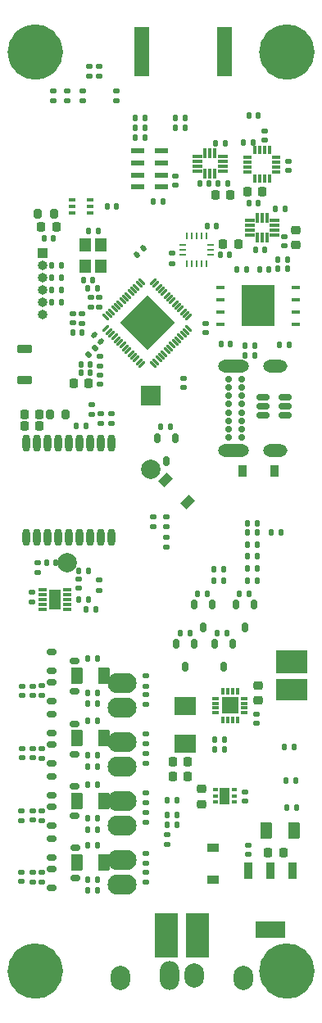
<source format=gts>
%TF.GenerationSoftware,KiCad,Pcbnew,(6.0.1)*%
%TF.CreationDate,2022-09-22T22:33:38+02:00*%
%TF.ProjectId,kp-ptr,6b702d70-7472-42e6-9b69-6361645f7063,rev?*%
%TF.SameCoordinates,Original*%
%TF.FileFunction,Soldermask,Top*%
%TF.FilePolarity,Negative*%
%FSLAX46Y46*%
G04 Gerber Fmt 4.6, Leading zero omitted, Abs format (unit mm)*
G04 Created by KiCad (PCBNEW (6.0.1)) date 2022-09-22 22:33:38*
%MOMM*%
%LPD*%
G01*
G04 APERTURE LIST*
G04 Aperture macros list*
%AMRoundRect*
0 Rectangle with rounded corners*
0 $1 Rounding radius*
0 $2 $3 $4 $5 $6 $7 $8 $9 X,Y pos of 4 corners*
0 Add a 4 corners polygon primitive as box body*
4,1,4,$2,$3,$4,$5,$6,$7,$8,$9,$2,$3,0*
0 Add four circle primitives for the rounded corners*
1,1,$1+$1,$2,$3*
1,1,$1+$1,$4,$5*
1,1,$1+$1,$6,$7*
1,1,$1+$1,$8,$9*
0 Add four rect primitives between the rounded corners*
20,1,$1+$1,$2,$3,$4,$5,0*
20,1,$1+$1,$4,$5,$6,$7,0*
20,1,$1+$1,$6,$7,$8,$9,0*
20,1,$1+$1,$8,$9,$2,$3,0*%
%AMRotRect*
0 Rectangle, with rotation*
0 The origin of the aperture is its center*
0 $1 length*
0 $2 width*
0 $3 Rotation angle, in degrees counterclockwise*
0 Add horizontal line*
21,1,$1,$2,0,0,$3*%
G04 Aperture macros list end*
%ADD10C,2.850000*%
%ADD11RoundRect,0.147500X0.147500X0.172500X-0.147500X0.172500X-0.147500X-0.172500X0.147500X-0.172500X0*%
%ADD12RoundRect,0.135000X-0.135000X-0.185000X0.135000X-0.185000X0.135000X0.185000X-0.135000X0.185000X0*%
%ADD13RoundRect,0.135000X0.135000X0.185000X-0.135000X0.185000X-0.135000X-0.185000X0.135000X-0.185000X0*%
%ADD14RoundRect,0.135000X-0.185000X0.135000X-0.185000X-0.135000X0.185000X-0.135000X0.185000X0.135000X0*%
%ADD15RoundRect,0.175000X-0.325000X-0.175000X0.325000X-0.175000X0.325000X0.175000X-0.325000X0.175000X0*%
%ADD16RoundRect,0.140000X0.170000X-0.140000X0.170000X0.140000X-0.170000X0.140000X-0.170000X-0.140000X0*%
%ADD17RoundRect,0.135000X0.185000X-0.135000X0.185000X0.135000X-0.185000X0.135000X-0.185000X-0.135000X0*%
%ADD18RoundRect,0.225000X0.225000X0.250000X-0.225000X0.250000X-0.225000X-0.250000X0.225000X-0.250000X0*%
%ADD19R,0.800000X0.300000*%
%ADD20R,0.300000X0.800000*%
%ADD21R,1.750000X1.750000*%
%ADD22RoundRect,0.250000X0.375000X0.625000X-0.375000X0.625000X-0.375000X-0.625000X0.375000X-0.625000X0*%
%ADD23RoundRect,0.140000X0.140000X0.170000X-0.140000X0.170000X-0.140000X-0.170000X0.140000X-0.170000X0*%
%ADD24RoundRect,0.140000X-0.170000X0.140000X-0.170000X-0.140000X0.170000X-0.140000X0.170000X0.140000X0*%
%ADD25R,0.650000X0.400000*%
%ADD26R,1.150000X1.400000*%
%ADD27RoundRect,0.225000X-0.250000X0.225000X-0.250000X-0.225000X0.250000X-0.225000X0.250000X0.225000X0*%
%ADD28RoundRect,0.147500X-0.172500X0.147500X-0.172500X-0.147500X0.172500X-0.147500X0.172500X0.147500X0*%
%ADD29R,0.609600X0.304800*%
%ADD30R,1.092200X1.701800*%
%ADD31R,0.250000X0.728000*%
%ADD32R,0.728000X0.250000*%
%ADD33R,0.728000X0.252000*%
%ADD34R,0.728000X0.260000*%
%ADD35R,0.252000X0.728000*%
%ADD36RoundRect,0.250000X-0.375000X-0.625000X0.375000X-0.625000X0.375000X0.625000X-0.375000X0.625000X0*%
%ADD37RoundRect,0.140000X-0.140000X-0.170000X0.140000X-0.170000X0.140000X0.170000X-0.140000X0.170000X0*%
%ADD38RoundRect,0.008100X0.386900X0.126900X-0.386900X0.126900X-0.386900X-0.126900X0.386900X-0.126900X0*%
%ADD39R,1.240000X2.130000*%
%ADD40R,0.950000X0.450000*%
%ADD41R,3.450000X4.350000*%
%ADD42RoundRect,0.147500X-0.147500X-0.172500X0.147500X-0.172500X0.147500X0.172500X-0.147500X0.172500X0*%
%ADD43RoundRect,0.175000X-0.175000X0.325000X-0.175000X-0.325000X0.175000X-0.325000X0.175000X0.325000X0*%
%ADD44RoundRect,0.200000X-0.600000X0.200000X-0.600000X-0.200000X0.600000X-0.200000X0.600000X0.200000X0*%
%ADD45R,0.900000X1.200000*%
%ADD46RoundRect,0.140000X0.021213X-0.219203X0.219203X-0.021213X-0.021213X0.219203X-0.219203X0.021213X0*%
%ADD47RoundRect,0.006600X-0.208597X-0.354826X0.354826X0.208597X0.208597X0.354826X-0.354826X-0.208597X0*%
%ADD48RoundRect,0.022000X0.208597X-0.333047X0.333047X-0.208597X-0.208597X0.333047X-0.333047X0.208597X0*%
%ADD49RotRect,4.000000X4.000000X45.000000*%
%ADD50RoundRect,0.200000X-0.200000X-0.275000X0.200000X-0.275000X0.200000X0.275000X-0.200000X0.275000X0*%
%ADD51R,0.300000X0.855000*%
%ADD52R,0.855000X0.300000*%
%ADD53RoundRect,0.225000X0.250000X-0.225000X0.250000X0.225000X-0.250000X0.225000X-0.250000X-0.225000X0*%
%ADD54RoundRect,0.021200X0.633800X0.243800X-0.633800X0.243800X-0.633800X-0.243800X0.633800X-0.243800X0*%
%ADD55R,1.200000X0.900000*%
%ADD56O,0.800000X1.800000*%
%ADD57RoundRect,0.147500X0.017678X-0.226274X0.226274X-0.017678X-0.017678X0.226274X-0.226274X0.017678X0*%
%ADD58RoundRect,0.225000X-0.225000X-0.250000X0.225000X-0.250000X0.225000X0.250000X-0.225000X0.250000X0*%
%ADD59R,2.200000X1.900000*%
%ADD60RoundRect,0.200000X0.200000X0.275000X-0.200000X0.275000X-0.200000X-0.275000X0.200000X-0.275000X0*%
%ADD61RotRect,0.900000X1.200000X135.000000*%
%ADD62R,0.850800X1.761200*%
%ADD63R,3.150799X1.761200*%
%ADD64RoundRect,0.140000X0.219203X0.021213X0.021213X0.219203X-0.219203X-0.021213X-0.021213X-0.219203X0*%
%ADD65RoundRect,0.150000X-0.512500X-0.150000X0.512500X-0.150000X0.512500X0.150000X-0.512500X0.150000X0*%
%ADD66RoundRect,0.031500X-0.430000X-0.143500X0.430000X-0.143500X0.430000X0.143500X-0.430000X0.143500X0*%
%ADD67RoundRect,0.031500X0.143500X-0.428000X0.143500X0.428000X-0.143500X0.428000X-0.143500X-0.428000X0*%
%ADD68RoundRect,0.031500X0.430000X0.143500X-0.430000X0.143500X-0.430000X-0.143500X0.430000X-0.143500X0*%
%ADD69RoundRect,0.031500X-0.143500X0.428000X-0.143500X-0.428000X0.143500X-0.428000X0.143500X0.428000X0*%
%ADD70R,1.000000X1.000000*%
%ADD71O,1.000000X1.000000*%
%ADD72O,2.000000X2.500000*%
%ADD73O,2.000000X3.000000*%
%ADD74R,2.413000X4.572000*%
%ADD75C,0.700000*%
%ADD76O,3.200000X1.300000*%
%ADD77O,2.500000X1.300000*%
%ADD78RoundRect,1.050000X0.450000X0.000000X0.450000X0.000000X-0.450000X0.000000X-0.450000X0.000000X0*%
%ADD79R,1.500000X5.080000*%
%ADD80C,2.000000*%
%ADD81R,2.000000X2.000000*%
%ADD82R,3.302000X2.286000*%
%ADD83R,3.302000X2.447000*%
G04 APERTURE END LIST*
D10*
X145025000Y-34600000D02*
G75*
G03*
X145025000Y-34600000I-1425000J0D01*
G01*
X171025000Y-129600000D02*
G75*
G03*
X171025000Y-129600000I-1425000J0D01*
G01*
X145025000Y-129600000D02*
G75*
G03*
X145025000Y-129600000I-1425000J0D01*
G01*
X171025000Y-34600000D02*
G75*
G03*
X171025000Y-34600000I-1425000J0D01*
G01*
D11*
%TO.C,D2*%
X149075000Y-88265000D03*
X148105000Y-88265000D03*
%TD*%
D12*
%TO.C,R50*%
X162050000Y-89255600D03*
X163070000Y-89255600D03*
%TD*%
D13*
%TO.C,R49*%
X166575200Y-83312000D03*
X165555200Y-83312000D03*
%TD*%
D14*
%TO.C,R26*%
X150215600Y-89202800D03*
X150215600Y-90222800D03*
%TD*%
D15*
%TO.C,Q11*%
X145256400Y-96636800D03*
X145256400Y-98536800D03*
X147656400Y-97586800D03*
%TD*%
D13*
%TO.C,R78*%
X150014400Y-103733600D03*
X148994400Y-103733600D03*
%TD*%
D12*
%TO.C,R73*%
X148994400Y-107289600D03*
X150014400Y-107289600D03*
%TD*%
D15*
%TO.C,Q10*%
X145250760Y-99756878D03*
X145250760Y-101656878D03*
X147650760Y-100706878D03*
%TD*%
D16*
%TO.C,C63*%
X142240000Y-107566400D03*
X142240000Y-106606400D03*
%TD*%
D12*
%TO.C,R43*%
X156563600Y-73355200D03*
X157583600Y-73355200D03*
%TD*%
D14*
%TO.C,R76*%
X155041600Y-101039200D03*
X155041600Y-102059200D03*
%TD*%
D13*
%TO.C,R48*%
X166575200Y-84277200D03*
X165555200Y-84277200D03*
%TD*%
%TO.C,R46*%
X166575200Y-86749466D03*
X165555200Y-86749466D03*
%TD*%
D17*
%TO.C,R19*%
X157734000Y-56440800D03*
X157734000Y-55420800D03*
%TD*%
D18*
%TO.C,C5*%
X149111000Y-68834000D03*
X147561000Y-68834000D03*
%TD*%
D19*
%TO.C,IC1*%
X162228400Y-101408800D03*
X162228400Y-101908800D03*
X162228400Y-102408800D03*
X162228400Y-102908800D03*
D20*
X162978400Y-103658800D03*
X163478400Y-103658800D03*
X163978400Y-103658800D03*
X164478400Y-103658800D03*
D19*
X165228400Y-102908800D03*
X165228400Y-102408800D03*
X165228400Y-101908800D03*
X165228400Y-101408800D03*
D20*
X164478400Y-100658800D03*
X163978400Y-100658800D03*
X163478400Y-100658800D03*
X162978400Y-100658800D03*
D21*
X163728400Y-102158800D03*
%TD*%
D17*
%TO.C,R54*%
X144272000Y-114041059D03*
X144272000Y-113021059D03*
%TD*%
D22*
%TO.C,F1*%
X170310000Y-115112800D03*
X167510000Y-115112800D03*
%TD*%
D18*
%TO.C,C33*%
X144031000Y-72034400D03*
X142481000Y-72034400D03*
%TD*%
D13*
%TO.C,R47*%
X166575200Y-85496400D03*
X165555200Y-85496400D03*
%TD*%
D12*
%TO.C,R14*%
X149045200Y-59029600D03*
X150065200Y-59029600D03*
%TD*%
D23*
%TO.C,C7*%
X149273200Y-66903600D03*
X148313200Y-66903600D03*
%TD*%
%TO.C,C52*%
X166646800Y-41198800D03*
X165686800Y-41198800D03*
%TD*%
D24*
%TO.C,C53*%
X149148800Y-36096000D03*
X149148800Y-37056000D03*
%TD*%
D14*
%TO.C,R7*%
X155803600Y-82649600D03*
X155803600Y-83669600D03*
%TD*%
D25*
%TO.C,U12*%
X147402000Y-49896000D03*
X147402000Y-50546000D03*
X147402000Y-51196000D03*
X149302000Y-51196000D03*
X149302000Y-50546000D03*
X149302000Y-49896000D03*
%TD*%
D12*
%TO.C,R4*%
X158036800Y-42418000D03*
X159056800Y-42418000D03*
%TD*%
%TO.C,R20*%
X147826000Y-73253600D03*
X148846000Y-73253600D03*
%TD*%
%TO.C,R59*%
X149045200Y-120142000D03*
X150065200Y-120142000D03*
%TD*%
D13*
%TO.C,R29*%
X170486800Y-109931200D03*
X169466800Y-109931200D03*
%TD*%
D24*
%TO.C,C37*%
X165277800Y-111069650D03*
X165277800Y-112029650D03*
%TD*%
D17*
%TO.C,R77*%
X155041600Y-106072400D03*
X155041600Y-105052400D03*
%TD*%
D13*
%TO.C,R45*%
X166575200Y-88002532D03*
X165555200Y-88002532D03*
%TD*%
D17*
%TO.C,R65*%
X155041600Y-112219200D03*
X155041600Y-111199200D03*
%TD*%
D26*
%TO.C,Y1*%
X150365000Y-56723000D03*
X150365000Y-54523000D03*
X148765000Y-54523000D03*
X148765000Y-56723000D03*
%TD*%
D13*
%TO.C,R30*%
X170385200Y-106426000D03*
X169365200Y-106426000D03*
%TD*%
D27*
%TO.C,C24*%
X170535600Y-52971400D03*
X170535600Y-54521400D03*
%TD*%
D16*
%TO.C,C64*%
X142138400Y-114018000D03*
X142138400Y-113058000D03*
%TD*%
D28*
%TO.C,L3*%
X143256000Y-90447000D03*
X143256000Y-91417000D03*
%TD*%
D29*
%TO.C,U9*%
X162191700Y-110848864D03*
X162191700Y-111498850D03*
X162191700Y-112148836D03*
X164198300Y-112148836D03*
X164198300Y-111498850D03*
X164198300Y-110848864D03*
D30*
X163195000Y-111498850D03*
%TD*%
D24*
%TO.C,C29*%
X148082000Y-89055000D03*
X148082000Y-90015000D03*
%TD*%
D17*
%TO.C,R67*%
X144272000Y-107596400D03*
X144272000Y-106576400D03*
%TD*%
D13*
%TO.C,R35*%
X163171600Y-106730800D03*
X162151600Y-106730800D03*
%TD*%
D16*
%TO.C,C34*%
X167284400Y-43710800D03*
X167284400Y-42750800D03*
%TD*%
D31*
%TO.C,U3*%
X161274000Y-53637800D03*
X160774000Y-53637800D03*
X160274000Y-53637800D03*
X159774000Y-53637800D03*
X159274000Y-53637800D03*
D32*
X158860000Y-54551800D03*
D33*
X158860000Y-55052800D03*
D34*
X158860000Y-55556800D03*
D31*
X159274000Y-56465800D03*
X159774000Y-56465800D03*
D35*
X160275000Y-56465800D03*
D31*
X160774000Y-56465800D03*
X161274000Y-56465800D03*
D34*
X161688000Y-55556800D03*
D32*
X161688000Y-55051800D03*
X161688000Y-54551800D03*
%TD*%
D18*
%TO.C,C32*%
X144031000Y-73253600D03*
X142481000Y-73253600D03*
%TD*%
D12*
%TO.C,R3*%
X153922000Y-42418000D03*
X154942000Y-42418000D03*
%TD*%
D15*
%TO.C,Q4*%
X145291133Y-112637933D03*
X145291133Y-114537933D03*
X147691133Y-113587933D03*
%TD*%
D18*
%TO.C,C31*%
X167043400Y-49022000D03*
X165493400Y-49022000D03*
%TD*%
D13*
%TO.C,R13*%
X146306000Y-57931269D03*
X145286000Y-57931269D03*
%TD*%
D36*
%TO.C,F2*%
X147901200Y-118364000D03*
X150701200Y-118364000D03*
%TD*%
D17*
%TO.C,R79*%
X155041600Y-100128800D03*
X155041600Y-99108800D03*
%TD*%
D37*
%TO.C,C9*%
X148567200Y-58166000D03*
X149527200Y-58166000D03*
%TD*%
D24*
%TO.C,C14*%
X158902400Y-68303200D03*
X158902400Y-69263200D03*
%TD*%
D16*
%TO.C,C56*%
X143357600Y-114012789D03*
X143357600Y-113052789D03*
%TD*%
D23*
%TO.C,C17*%
X156791600Y-50088800D03*
X155831600Y-50088800D03*
%TD*%
D13*
%TO.C,R64*%
X150065200Y-116586000D03*
X149045200Y-116586000D03*
%TD*%
D38*
%TO.C,U7*%
X146939000Y-92186000D03*
X146939000Y-91686000D03*
X146939000Y-91186000D03*
X146939000Y-90686000D03*
X146939000Y-90186000D03*
X144399000Y-90186000D03*
X144399000Y-90686000D03*
X144399000Y-91186000D03*
X144399000Y-91686000D03*
X144399000Y-92186000D03*
D39*
X145669000Y-91186000D03*
%TD*%
D23*
%TO.C,C47*%
X145463200Y-53848000D03*
X144503200Y-53848000D03*
%TD*%
D13*
%TO.C,R10*%
X146306000Y-59182000D03*
X145286000Y-59182000D03*
%TD*%
D16*
%TO.C,C11*%
X150266400Y-68958400D03*
X150266400Y-67998400D03*
%TD*%
D12*
%TO.C,R69*%
X148994400Y-108458000D03*
X150014400Y-108458000D03*
%TD*%
D40*
%TO.C,U13*%
X162724000Y-58902600D03*
X162724000Y-60172600D03*
X162724000Y-61442600D03*
X162724000Y-62712600D03*
X170524000Y-62712600D03*
X170524000Y-61442600D03*
X170524000Y-60172600D03*
X170524000Y-58902600D03*
D41*
X166624000Y-60807600D03*
%TD*%
D13*
%TO.C,R44*%
X166575200Y-89255600D03*
X165555200Y-89255600D03*
%TD*%
D42*
%TO.C,L1*%
X147472400Y-63601600D03*
X148442400Y-63601600D03*
%TD*%
D43*
%TO.C,Q13*%
X160055600Y-95726400D03*
X158155600Y-95726400D03*
X159105600Y-98126400D03*
%TD*%
D14*
%TO.C,R62*%
X155041600Y-113180400D03*
X155041600Y-114200400D03*
%TD*%
D37*
%TO.C,C48*%
X151031000Y-50546000D03*
X151991000Y-50546000D03*
%TD*%
D36*
%TO.C,F4*%
X147901200Y-105511600D03*
X150701200Y-105511600D03*
%TD*%
D15*
%TO.C,Q2*%
X145304967Y-119060949D03*
X145304967Y-120960949D03*
X147704967Y-120010949D03*
%TD*%
D44*
%TO.C,AE1*%
X142494000Y-65303600D03*
X142494000Y-68503600D03*
%TD*%
D12*
%TO.C,R51*%
X162050000Y-88036400D03*
X163070000Y-88036400D03*
%TD*%
D45*
%TO.C,D3*%
X168324800Y-77927200D03*
X165024800Y-77927200D03*
%TD*%
D18*
%TO.C,C21*%
X163779400Y-49367000D03*
X162229400Y-49367000D03*
%TD*%
D46*
%TO.C,C15*%
X154092589Y-55559011D03*
X154771411Y-54880189D03*
%TD*%
D24*
%TO.C,C3*%
X161188401Y-62664400D03*
X161188401Y-63624400D03*
%TD*%
D17*
%TO.C,R53*%
X144272000Y-120396341D03*
X144272000Y-119376341D03*
%TD*%
D47*
%TO.C,U1*%
X150919540Y-63208505D03*
X151202382Y-63491348D03*
X151485225Y-63774191D03*
X151768068Y-64057033D03*
X152050910Y-64339876D03*
X152333753Y-64622719D03*
X152616596Y-64905562D03*
X152899438Y-65188404D03*
X153182281Y-65471247D03*
X153465124Y-65754090D03*
X153747967Y-66036932D03*
X154030809Y-66319775D03*
X154313652Y-66602618D03*
X154596495Y-66885460D03*
D48*
X155791505Y-66885460D03*
X156074348Y-66602618D03*
X156357191Y-66319775D03*
X156640033Y-66036932D03*
X156922876Y-65754090D03*
X157205719Y-65471247D03*
X157488562Y-65188404D03*
X157771404Y-64905562D03*
X158054247Y-64622719D03*
X158337090Y-64339876D03*
X158619932Y-64057033D03*
X158902775Y-63774191D03*
X159185618Y-63491348D03*
X159468460Y-63208505D03*
D47*
X159468460Y-62013495D03*
X159185618Y-61730652D03*
X158902775Y-61447809D03*
X158619932Y-61164967D03*
X158337090Y-60882124D03*
X158054247Y-60599281D03*
X157771404Y-60316438D03*
X157488562Y-60033596D03*
X157205719Y-59750753D03*
X156922876Y-59467910D03*
X156640033Y-59185068D03*
X156357191Y-58902225D03*
X156074348Y-58619382D03*
X155791505Y-58336540D03*
D48*
X154596495Y-58336540D03*
X154313652Y-58619382D03*
X154030809Y-58902225D03*
X153747967Y-59185068D03*
X153465124Y-59467910D03*
X153182281Y-59750753D03*
X152899438Y-60033596D03*
X152616596Y-60316438D03*
X152333753Y-60599281D03*
X152050910Y-60882124D03*
X151768068Y-61164967D03*
X151485225Y-61447809D03*
X151202382Y-61730652D03*
X150919540Y-62013495D03*
D49*
X155194000Y-62611000D03*
%TD*%
D13*
%TO.C,R12*%
X146306000Y-56642000D03*
X145286000Y-56642000D03*
%TD*%
D14*
%TO.C,R40*%
X145491200Y-38606000D03*
X145491200Y-39626000D03*
%TD*%
D37*
%TO.C,C20*%
X161337200Y-52578000D03*
X162297200Y-52578000D03*
%TD*%
D13*
%TO.C,R24*%
X149862000Y-92202000D03*
X148842000Y-92202000D03*
%TD*%
D50*
%TO.C,FB2*%
X143891000Y-51308000D03*
X145541000Y-51308000D03*
%TD*%
D23*
%TO.C,C30*%
X149070000Y-91186000D03*
X148110000Y-91186000D03*
%TD*%
D13*
%TO.C,R1*%
X159056800Y-41402000D03*
X158036800Y-41402000D03*
%TD*%
D15*
%TO.C,Q8*%
X145254262Y-106210208D03*
X145254262Y-108110208D03*
X147654262Y-107160208D03*
%TD*%
D13*
%TO.C,R2*%
X154942000Y-41402000D03*
X153922000Y-41402000D03*
%TD*%
D14*
%TO.C,R23*%
X150368000Y-71981600D03*
X150368000Y-73001600D03*
%TD*%
D16*
%TO.C,C65*%
X142189200Y-120317200D03*
X142189200Y-119357200D03*
%TD*%
D36*
%TO.C,F5*%
X147901200Y-99110800D03*
X150701200Y-99110800D03*
%TD*%
D23*
%TO.C,C49*%
X169644000Y-56997600D03*
X168684000Y-56997600D03*
%TD*%
D51*
%TO.C,U8*%
X167789625Y-44742411D03*
X167289625Y-44742411D03*
X166789625Y-44742411D03*
X166289625Y-44742411D03*
D52*
X165562125Y-45469911D03*
X165562125Y-45969911D03*
X165562125Y-46469911D03*
X165562125Y-46969911D03*
D51*
X166289625Y-47697411D03*
X166789625Y-47697411D03*
X167289625Y-47697411D03*
X167789625Y-47697411D03*
D52*
X168517125Y-46969911D03*
X168517125Y-46469911D03*
X168517125Y-45969911D03*
X168517125Y-45469911D03*
%TD*%
D13*
%TO.C,R5*%
X166321200Y-65989200D03*
X165301200Y-65989200D03*
%TD*%
%TO.C,R72*%
X159564800Y-94640400D03*
X158544800Y-94640400D03*
%TD*%
D43*
%TO.C,Q6*%
X166202400Y-91713200D03*
X164302400Y-91713200D03*
X165252400Y-94113200D03*
%TD*%
D37*
%TO.C,C25*%
X166347200Y-55016400D03*
X167307200Y-55016400D03*
%TD*%
D53*
%TO.C,C44*%
X166624000Y-101613000D03*
X166624000Y-100063000D03*
%TD*%
D14*
%TO.C,R61*%
X155041600Y-119378000D03*
X155041600Y-120398000D03*
%TD*%
D13*
%TO.C,R66*%
X150014400Y-110337600D03*
X148994400Y-110337600D03*
%TD*%
D12*
%TO.C,R60*%
X148994400Y-113792000D03*
X150014400Y-113792000D03*
%TD*%
D14*
%TO.C,R36*%
X146939000Y-38606000D03*
X146939000Y-39626000D03*
%TD*%
D18*
%TO.C,C43*%
X159372600Y-109524800D03*
X157822600Y-109524800D03*
%TD*%
D15*
%TO.C,Q9*%
X145256400Y-103088400D03*
X145256400Y-104988400D03*
X147656400Y-104038400D03*
%TD*%
D18*
%TO.C,C42*%
X159372600Y-107950000D03*
X157822600Y-107950000D03*
%TD*%
D54*
%TO.C,U2*%
X156622600Y-48560200D03*
X156622600Y-47310200D03*
X156622600Y-46060200D03*
X156622600Y-44810200D03*
X154222600Y-44810200D03*
X154222600Y-46060200D03*
X154222600Y-47310200D03*
X154222600Y-48560200D03*
%TD*%
D55*
%TO.C,D4*%
X161975800Y-116866400D03*
X161975800Y-120166400D03*
%TD*%
D16*
%TO.C,C13*%
X149352000Y-60932000D03*
X149352000Y-59972000D03*
%TD*%
D17*
%TO.C,R31*%
X157230000Y-116530000D03*
X157230000Y-115510000D03*
%TD*%
D14*
%TO.C,R39*%
X148539200Y-38606000D03*
X148539200Y-39626000D03*
%TD*%
D37*
%TO.C,C39*%
X157254000Y-113436400D03*
X158214000Y-113436400D03*
%TD*%
D16*
%TO.C,C58*%
X143357600Y-101114800D03*
X143357600Y-100154800D03*
%TD*%
D17*
%TO.C,R25*%
X151480000Y-73000000D03*
X151480000Y-71980000D03*
%TD*%
D16*
%TO.C,C62*%
X142240000Y-101114800D03*
X142240000Y-100154800D03*
%TD*%
D12*
%TO.C,R33*%
X157224000Y-114452400D03*
X158244000Y-114452400D03*
%TD*%
D56*
%TO.C,U6*%
X151466000Y-75033000D03*
X150366000Y-75033000D03*
X149266000Y-75033000D03*
X148166000Y-75033000D03*
X147066000Y-75033000D03*
X145966000Y-75033000D03*
X144866000Y-75033000D03*
X143766000Y-75033000D03*
X142666000Y-75033000D03*
X142666000Y-84733000D03*
X143766000Y-84733000D03*
X144866000Y-84733000D03*
X145966000Y-84733000D03*
X147066000Y-84733000D03*
X148166000Y-84733000D03*
X149266000Y-84733000D03*
X150366000Y-84733000D03*
X151466000Y-84733000D03*
%TD*%
D13*
%TO.C,R11*%
X146306000Y-60452000D03*
X145286000Y-60452000D03*
%TD*%
D14*
%TO.C,R22*%
X149440000Y-71020000D03*
X149440000Y-72040000D03*
%TD*%
D57*
%TO.C,L2*%
X149059853Y-65874947D03*
X149745747Y-65189053D03*
%TD*%
D37*
%TO.C,C19*%
X162740400Y-55524400D03*
X163700400Y-55524400D03*
%TD*%
D12*
%TO.C,R74*%
X148994400Y-100888800D03*
X150014400Y-100888800D03*
%TD*%
D16*
%TO.C,C1*%
X147472400Y-62608400D03*
X147472400Y-61648400D03*
%TD*%
D15*
%TO.C,Q5*%
X145280240Y-109516414D03*
X145280240Y-111416414D03*
X147680240Y-110466414D03*
%TD*%
D23*
%TO.C,C6*%
X149273200Y-67716400D03*
X148313200Y-67716400D03*
%TD*%
D13*
%TO.C,R17*%
X163232400Y-44033000D03*
X162212400Y-44033000D03*
%TD*%
D58*
%TO.C,C18*%
X163004200Y-54457600D03*
X164554200Y-54457600D03*
%TD*%
D16*
%TO.C,C45*%
X166471600Y-104010400D03*
X166471600Y-103050400D03*
%TD*%
D13*
%TO.C,R80*%
X150014400Y-97332800D03*
X148994400Y-97332800D03*
%TD*%
%TO.C,R28*%
X170639200Y-112674400D03*
X169619200Y-112674400D03*
%TD*%
D12*
%TO.C,R52*%
X167993600Y-84277200D03*
X169013600Y-84277200D03*
%TD*%
D13*
%TO.C,R6*%
X166321200Y-64973200D03*
X165301200Y-64973200D03*
%TD*%
D12*
%TO.C,R21*%
X165098000Y-43942000D03*
X166118000Y-43942000D03*
%TD*%
D37*
%TO.C,C4*%
X162791200Y-64820800D03*
X163751200Y-64820800D03*
%TD*%
D13*
%TO.C,R58*%
X163430000Y-94691200D03*
X162410000Y-94691200D03*
%TD*%
D16*
%TO.C,C35*%
X169773600Y-46860400D03*
X169773600Y-45900400D03*
%TD*%
D14*
%TO.C,R8*%
X157175200Y-84732400D03*
X157175200Y-85752400D03*
%TD*%
D27*
%TO.C,C36*%
X160756600Y-110774650D03*
X160756600Y-112324650D03*
%TD*%
D37*
%TO.C,C51*%
X166804400Y-57048400D03*
X167764400Y-57048400D03*
%TD*%
D59*
%TO.C,L4*%
X159054800Y-102190000D03*
X159054800Y-106090000D03*
%TD*%
D17*
%TO.C,R63*%
X155041600Y-118467600D03*
X155041600Y-117447600D03*
%TD*%
D14*
%TO.C,R15*%
X150266400Y-66038000D03*
X150266400Y-67058000D03*
%TD*%
D17*
%TO.C,R38*%
X150241000Y-37086000D03*
X150241000Y-36066000D03*
%TD*%
D60*
%TO.C,FB1*%
X146755000Y-72040000D03*
X145105000Y-72040000D03*
%TD*%
D23*
%TO.C,C28*%
X145740000Y-87376000D03*
X144780000Y-87376000D03*
%TD*%
D36*
%TO.C,F3*%
X147901200Y-112064800D03*
X150701200Y-112064800D03*
%TD*%
D16*
%TO.C,C40*%
X165608000Y-117523200D03*
X165608000Y-116563200D03*
%TD*%
D61*
%TO.C,D14*%
X159357926Y-81125926D03*
X157024474Y-78792474D03*
%TD*%
D14*
%TO.C,R75*%
X155041600Y-107084400D03*
X155041600Y-108104400D03*
%TD*%
D62*
%TO.C,U10*%
X170214600Y-119250600D03*
X167914600Y-119250600D03*
X165614600Y-119250600D03*
D63*
X167914600Y-125300600D03*
%TD*%
D13*
%TO.C,R18*%
X169420000Y-50850800D03*
X168400000Y-50850800D03*
%TD*%
%TO.C,R57*%
X165711600Y-90627200D03*
X164691600Y-90627200D03*
%TD*%
D37*
%TO.C,C23*%
X160591400Y-48224000D03*
X161551400Y-48224000D03*
%TD*%
D23*
%TO.C,C50*%
X169641511Y-56084600D03*
X168681511Y-56084600D03*
%TD*%
D18*
%TO.C,C46*%
X145758200Y-52705000D03*
X144208200Y-52705000D03*
%TD*%
D43*
%TO.C,Q7*%
X164018000Y-95726400D03*
X162118000Y-95726400D03*
X163068000Y-98126400D03*
%TD*%
D64*
%TO.C,C8*%
X150402611Y-64550611D03*
X149723789Y-63871789D03*
%TD*%
D16*
%TO.C,C57*%
X143357600Y-107568130D03*
X143357600Y-106608130D03*
%TD*%
D23*
%TO.C,C54*%
X166646800Y-50190400D03*
X165686800Y-50190400D03*
%TD*%
D15*
%TO.C,Q3*%
X145307200Y-115940800D03*
X145307200Y-117840800D03*
X147707200Y-116890800D03*
%TD*%
D65*
%TO.C,U11*%
X167112100Y-70271600D03*
X167112100Y-71221600D03*
X167112100Y-72171600D03*
X169387100Y-72171600D03*
X169387100Y-71221600D03*
X169387100Y-70271600D03*
%TD*%
D17*
%TO.C,R68*%
X144272000Y-101143070D03*
X144272000Y-100123070D03*
%TD*%
D43*
%TO.C,Q1*%
X158074400Y-74492000D03*
X156174400Y-74492000D03*
X157124400Y-76892000D03*
%TD*%
D12*
%TO.C,R56*%
X148994400Y-114960400D03*
X150014400Y-114960400D03*
%TD*%
D16*
%TO.C,C27*%
X143891000Y-88364000D03*
X143891000Y-87404000D03*
%TD*%
D12*
%TO.C,R70*%
X148994400Y-101955600D03*
X150014400Y-101955600D03*
%TD*%
D23*
%TO.C,C22*%
X163456400Y-48224000D03*
X162496400Y-48224000D03*
%TD*%
D66*
%TO.C,U5*%
X165760400Y-52031200D03*
X165760400Y-52531200D03*
X165760400Y-53031200D03*
X165760400Y-53531200D03*
D67*
X166530400Y-53797200D03*
X167030400Y-53797200D03*
X167530400Y-53797200D03*
D68*
X168300400Y-53531200D03*
X168300400Y-53031200D03*
X168300400Y-52531200D03*
X168300400Y-52031200D03*
D69*
X167530400Y-51765200D03*
X167030400Y-51765200D03*
X166530400Y-51765200D03*
%TD*%
D17*
%TO.C,R9*%
X157175200Y-83669600D03*
X157175200Y-82649600D03*
%TD*%
D66*
%TO.C,U4*%
X160329100Y-45376400D03*
X160329100Y-45876400D03*
X160329100Y-46376400D03*
X160329100Y-46876400D03*
D67*
X161145600Y-47190900D03*
X161645600Y-47190900D03*
X162145600Y-47190900D03*
D68*
X162962100Y-46876400D03*
X162962100Y-46376400D03*
X162962100Y-45876400D03*
X162962100Y-45376400D03*
D69*
X162145600Y-45061900D03*
X161645600Y-45061900D03*
X161145600Y-45061900D03*
%TD*%
D14*
%TO.C,R37*%
X152019000Y-38606000D03*
X152019000Y-39626000D03*
%TD*%
D37*
%TO.C,C10*%
X149126000Y-53086000D03*
X150086000Y-53086000D03*
%TD*%
D16*
%TO.C,C16*%
X158089600Y-48359000D03*
X158089600Y-47399000D03*
%TD*%
D12*
%TO.C,R34*%
X162151600Y-105664000D03*
X163171600Y-105664000D03*
%TD*%
D43*
%TO.C,Q12*%
X161884400Y-91713200D03*
X159984400Y-91713200D03*
X160934400Y-94113200D03*
%TD*%
D13*
%TO.C,R16*%
X154942000Y-43434000D03*
X153922000Y-43434000D03*
%TD*%
D16*
%TO.C,C2*%
X148449000Y-62621000D03*
X148449000Y-61661000D03*
%TD*%
D13*
%TO.C,R42*%
X169826400Y-64871600D03*
X168806400Y-64871600D03*
%TD*%
D16*
%TO.C,C55*%
X143357600Y-120368071D03*
X143357600Y-119408071D03*
%TD*%
%TO.C,C12*%
X150241000Y-60932000D03*
X150241000Y-59972000D03*
%TD*%
D12*
%TO.C,R55*%
X149045200Y-121259600D03*
X150065200Y-121259600D03*
%TD*%
D58*
%TO.C,C41*%
X167677800Y-117348000D03*
X169227800Y-117348000D03*
%TD*%
D13*
%TO.C,R32*%
X158269400Y-111937800D03*
X157249400Y-111937800D03*
%TD*%
D24*
%TO.C,C26*%
X169367200Y-53672800D03*
X169367200Y-54632800D03*
%TD*%
D13*
%TO.C,R41*%
X165457600Y-57048400D03*
X164437600Y-57048400D03*
%TD*%
%TO.C,R71*%
X161393600Y-90627200D03*
X160373600Y-90627200D03*
%TD*%
D70*
%TO.C,J1*%
X144399000Y-55372000D03*
D71*
X144399000Y-56642000D03*
X144399000Y-57912000D03*
X144399000Y-59182000D03*
X144399000Y-60452000D03*
X144399000Y-61722000D03*
%TD*%
D72*
%TO.C,J2*%
X165100000Y-130280800D03*
D73*
X157480000Y-130030800D03*
D72*
X152400000Y-130280800D03*
X160020000Y-130030800D03*
D74*
X160337500Y-125907800D03*
X157162500Y-125907800D03*
%TD*%
D75*
%TO.C,J4*%
X163578000Y-68449800D03*
X163578000Y-69299800D03*
X163578000Y-70149800D03*
X163578000Y-70999800D03*
X163578000Y-71849800D03*
X163578000Y-72699800D03*
X163578000Y-73549800D03*
X163578000Y-74399800D03*
X164928000Y-74399800D03*
X164928000Y-73549800D03*
X164928000Y-72699800D03*
X164928000Y-71849800D03*
X164928000Y-70999800D03*
X164928000Y-70149800D03*
X164928000Y-69299800D03*
X164928000Y-68449800D03*
D76*
X164078000Y-75749800D03*
D77*
X168378000Y-75749800D03*
X168378000Y-67099800D03*
D76*
X164078000Y-67099800D03*
%TD*%
D78*
%TO.C,J12*%
X152600000Y-108474333D03*
X152600000Y-105934333D03*
%TD*%
D79*
%TO.C,J5*%
X154627000Y-34594800D03*
X163127000Y-34594800D03*
%TD*%
D80*
%TO.C,ANT1*%
X146928000Y-87376000D03*
%TD*%
D78*
%TO.C,J11*%
X152600000Y-114547666D03*
X152600000Y-112007666D03*
%TD*%
D81*
%TO.C,LS1*%
X155575000Y-70114000D03*
D80*
X155575000Y-77714000D03*
%TD*%
D78*
%TO.C,J13*%
X152600000Y-102401000D03*
X152600000Y-99861000D03*
%TD*%
%TO.C,J10*%
X152600000Y-120620999D03*
X152600000Y-118080999D03*
%TD*%
D82*
%TO.C,J7*%
X170078400Y-100507800D03*
D83*
X170078400Y-97667300D03*
%TD*%
M02*

</source>
